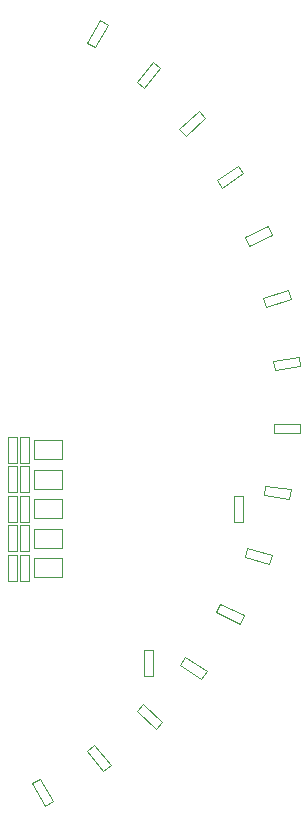
<source format=gbo>
G04 #@! TF.FileFunction,Legend,Bot*
%FSLAX46Y46*%
G04 Gerber Fmt 4.6, Leading zero omitted, Abs format (unit mm)*
G04 Created by KiCad (PCBNEW 4.0.1-stable) date 2018/06/25 22:31:08*
%MOMM*%
G01*
G04 APERTURE LIST*
%ADD10C,0.100000*%
G04 APERTURE END LIST*
D10*
X104600000Y-92400000D02*
X104600000Y-94600000D01*
X104600000Y-94600000D02*
X105400000Y-94600000D01*
X105400000Y-94600000D02*
X105400000Y-92400000D01*
X105400000Y-92400000D02*
X104600000Y-92400000D01*
X104600000Y-97400000D02*
X104600000Y-99600000D01*
X104600000Y-99600000D02*
X105400000Y-99600000D01*
X105400000Y-99600000D02*
X105400000Y-97400000D01*
X105400000Y-97400000D02*
X104600000Y-97400000D01*
X106400000Y-97100000D02*
X106400000Y-94900000D01*
X106400000Y-94900000D02*
X105600000Y-94900000D01*
X105600000Y-94900000D02*
X105600000Y-97100000D01*
X105600000Y-97100000D02*
X106400000Y-97100000D01*
X106400000Y-99600000D02*
X106400000Y-97400000D01*
X106400000Y-97400000D02*
X105600000Y-97400000D01*
X105600000Y-97400000D02*
X105600000Y-99600000D01*
X105600000Y-99600000D02*
X106400000Y-99600000D01*
X106400000Y-94600000D02*
X106400000Y-92400000D01*
X106400000Y-92400000D02*
X105600000Y-92400000D01*
X105600000Y-92400000D02*
X105600000Y-94600000D01*
X105600000Y-94600000D02*
X106400000Y-94600000D01*
X119659231Y-66938060D02*
X121281241Y-65451762D01*
X121281241Y-65451762D02*
X120740769Y-64861940D01*
X120740769Y-64861940D02*
X119118759Y-66348238D01*
X119118759Y-66348238D02*
X119659231Y-66938060D01*
X116118606Y-62906589D02*
X117503111Y-61196868D01*
X117503111Y-61196868D02*
X116881394Y-60693411D01*
X116881394Y-60693411D02*
X115496889Y-62403132D01*
X115496889Y-62403132D02*
X116118606Y-62906589D01*
X111986359Y-59450807D02*
X113102944Y-57555223D01*
X113102944Y-57555223D02*
X112413641Y-57149193D01*
X112413641Y-57149193D02*
X111297056Y-59044777D01*
X111297056Y-59044777D02*
X111986359Y-59450807D01*
X126465013Y-81404131D02*
X128568884Y-80760913D01*
X128568884Y-80760913D02*
X128334987Y-79995869D01*
X128334987Y-79995869D02*
X126231116Y-80639087D01*
X126231116Y-80639087D02*
X126465013Y-81404131D01*
X124979361Y-76234596D02*
X126965048Y-75287472D01*
X126965048Y-75287472D02*
X126620639Y-74565404D01*
X126620639Y-74565404D02*
X124634952Y-75512528D01*
X124634952Y-75512528D02*
X124979361Y-76234596D01*
X122711736Y-71346727D02*
X124535618Y-70116503D01*
X124535618Y-70116503D02*
X124088264Y-69453273D01*
X124088264Y-69453273D02*
X122264382Y-70683497D01*
X122264382Y-70683497D02*
X122711736Y-71346727D01*
X126252959Y-97333016D02*
X128428794Y-97658197D01*
X128428794Y-97658197D02*
X128547041Y-96866984D01*
X128547041Y-96866984D02*
X126371206Y-96541803D01*
X126371206Y-96541803D02*
X126252959Y-97333016D01*
X127100000Y-92100000D02*
X129300000Y-92100000D01*
X129300000Y-92100000D02*
X129300000Y-91300000D01*
X129300000Y-91300000D02*
X127100000Y-91300000D01*
X127100000Y-91300000D02*
X127100000Y-92100000D01*
X127171206Y-86758197D02*
X129347041Y-86433016D01*
X129347041Y-86433016D02*
X129228794Y-85641803D01*
X129228794Y-85641803D02*
X127052959Y-85966984D01*
X127052959Y-85966984D02*
X127171206Y-86758197D01*
X104600000Y-94900000D02*
X104600000Y-97100000D01*
X104600000Y-97100000D02*
X105400000Y-97100000D01*
X105400000Y-97100000D02*
X105400000Y-94900000D01*
X105400000Y-94900000D02*
X104600000Y-94900000D01*
X104600000Y-99900000D02*
X104600000Y-102100000D01*
X104600000Y-102100000D02*
X105400000Y-102100000D01*
X105400000Y-102100000D02*
X105400000Y-99900000D01*
X105400000Y-99900000D02*
X104600000Y-99900000D01*
X104600000Y-102400000D02*
X104600000Y-104600000D01*
X104600000Y-104600000D02*
X105400000Y-104600000D01*
X105400000Y-104600000D02*
X105400000Y-102400000D01*
X105400000Y-102400000D02*
X104600000Y-102400000D01*
X106400000Y-102100000D02*
X106400000Y-99900000D01*
X106400000Y-99900000D02*
X105600000Y-99900000D01*
X105600000Y-99900000D02*
X105600000Y-102100000D01*
X105600000Y-102100000D02*
X106400000Y-102100000D01*
X106400000Y-104600000D02*
X106400000Y-102400000D01*
X106400000Y-102400000D02*
X105600000Y-102400000D01*
X105600000Y-102400000D02*
X105600000Y-104600000D01*
X105600000Y-104600000D02*
X106400000Y-104600000D01*
X123700000Y-97400000D02*
X123700000Y-99600000D01*
X123700000Y-99600000D02*
X124500000Y-99600000D01*
X124500000Y-99600000D02*
X124500000Y-97400000D01*
X124500000Y-97400000D02*
X123700000Y-97400000D01*
X116100000Y-110500000D02*
X116100000Y-112700000D01*
X116100000Y-112700000D02*
X116900000Y-112700000D01*
X116900000Y-112700000D02*
X116900000Y-110500000D01*
X116900000Y-110500000D02*
X116100000Y-110500000D01*
X119164382Y-111716503D02*
X120988264Y-112946727D01*
X120988264Y-112946727D02*
X121435618Y-112283497D01*
X121435618Y-112283497D02*
X119611736Y-111053273D01*
X119611736Y-111053273D02*
X119164382Y-111716503D01*
X122234952Y-107287472D02*
X124220639Y-108234596D01*
X124220639Y-108234596D02*
X124565048Y-107512528D01*
X124565048Y-107512528D02*
X122579361Y-106565404D01*
X122579361Y-106565404D02*
X122234952Y-107287472D01*
X124631116Y-102560913D02*
X126734987Y-103204131D01*
X126734987Y-103204131D02*
X126968884Y-102439087D01*
X126968884Y-102439087D02*
X124865013Y-101795869D01*
X124865013Y-101795869D02*
X124631116Y-102560913D01*
X106597056Y-121755223D02*
X107713641Y-123650807D01*
X107713641Y-123650807D02*
X108402944Y-123244777D01*
X108402944Y-123244777D02*
X107286359Y-121349193D01*
X107286359Y-121349193D02*
X106597056Y-121755223D01*
X111296889Y-118996868D02*
X112681394Y-120706589D01*
X112681394Y-120706589D02*
X113303111Y-120203132D01*
X113303111Y-120203132D02*
X111918606Y-118493411D01*
X111918606Y-118493411D02*
X111296889Y-118996868D01*
X115518759Y-115651762D02*
X117140769Y-117138060D01*
X117140769Y-117138060D02*
X117681241Y-116548238D01*
X117681241Y-116548238D02*
X116059231Y-115061940D01*
X116059231Y-115061940D02*
X115518759Y-115651762D01*
X109200000Y-94300000D02*
X109200000Y-92700000D01*
X109200000Y-92700000D02*
X106800000Y-92700000D01*
X106800000Y-92700000D02*
X106800000Y-94300000D01*
X106800000Y-94300000D02*
X109200000Y-94300000D01*
X109200000Y-96800000D02*
X109200000Y-95200000D01*
X109200000Y-95200000D02*
X106800000Y-95200000D01*
X106800000Y-95200000D02*
X106800000Y-96800000D01*
X106800000Y-96800000D02*
X109200000Y-96800000D01*
X109200000Y-99300000D02*
X109200000Y-97700000D01*
X109200000Y-97700000D02*
X106800000Y-97700000D01*
X106800000Y-97700000D02*
X106800000Y-99300000D01*
X106800000Y-99300000D02*
X109200000Y-99300000D01*
X109200000Y-101800000D02*
X109200000Y-100200000D01*
X109200000Y-100200000D02*
X106800000Y-100200000D01*
X106800000Y-100200000D02*
X106800000Y-101800000D01*
X106800000Y-101800000D02*
X109200000Y-101800000D01*
X109200000Y-104300000D02*
X109200000Y-102700000D01*
X109200000Y-102700000D02*
X106800000Y-102700000D01*
X106800000Y-102700000D02*
X106800000Y-104300000D01*
X106800000Y-104300000D02*
X109200000Y-104300000D01*
M02*

</source>
